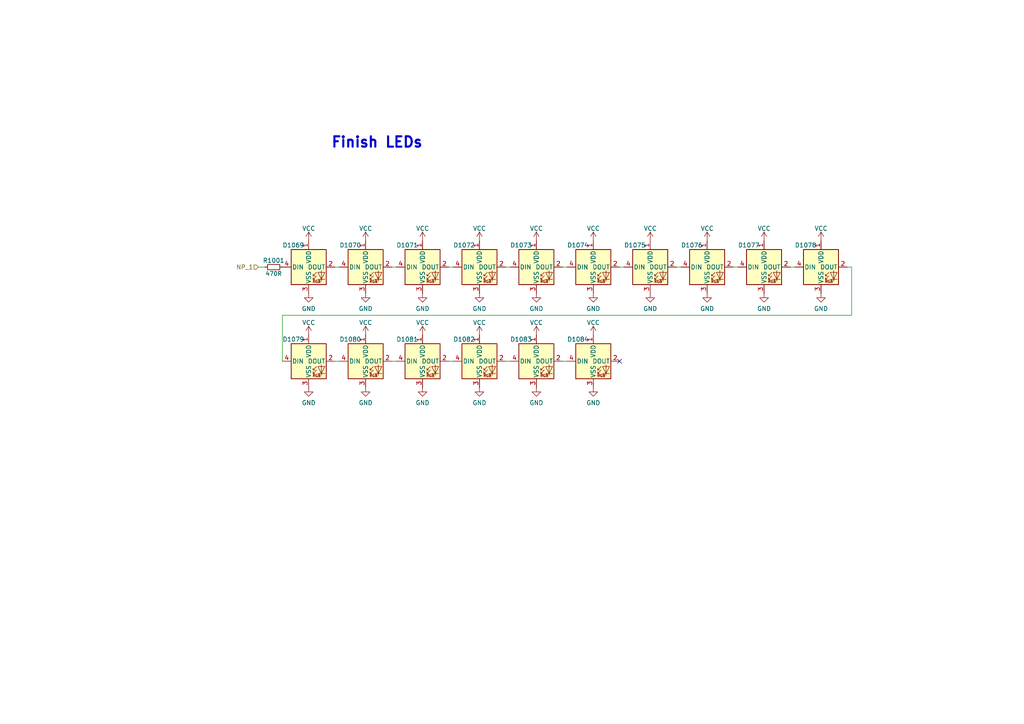
<source format=kicad_sch>
(kicad_sch (version 20231120) (generator "eeschema") (generator_version "8.0")
  (paper "A4")
  (lib_symbols
    (symbol "Device:R_Small" (pin_numbers hide) (pin_names (offset 0.254) hide)
      (property "Reference" "R" (at 0.762 0.508 0))
      (property "Value" "R_Small" (at 0.762 -1.016 0))
      (symbol "R_Small_0_1"
        (rectangle (start -0.762 1.778) (end 0.762 -1.778) (stroke (width 0.2032)))
      )
      (symbol "R_Small_1_1"
        (pin passive line (at 0 2.54 270) (length 0.762) (name "~") (number "1"))
        (pin passive line (at 0 -2.54 90) (length 0.762) (name "~") (number "2"))
      )
    )
    (symbol "LED:WS2812B" (pin_names (offset 0.254))
      (property "Reference" "D" (at 5.08 5.715 0))
      (property "Value" "WS2812B" (at 1.27 -5.715 0))
      (symbol "WS2812B_0_0"
        (text "RGB" (at 2.286 -4.191 0) (effects (font (size 0.762 0.762))))
      )
      (symbol "WS2812B_0_1"
        (polyline (pts (xy 1.27 -3.556) (xy 1.778 -3.556)))
        (polyline (pts (xy 1.27 -2.54) (xy 1.778 -2.54)))
        (polyline (pts (xy 4.699 -3.556) (xy 2.667 -3.556)))
        (polyline (pts (xy 2.286 -2.54) (xy 1.27 -3.556) (xy 1.27 -3.048)))
        (polyline (pts (xy 2.286 -1.524) (xy 1.27 -2.54) (xy 1.27 -2.032)))
        (polyline (pts (xy 3.683 -1.016) (xy 3.683 -3.556) (xy 3.683 -4.064)))
        (polyline (pts (xy 4.699 -1.524) (xy 2.667 -1.524) (xy 3.683 -3.556) (xy 4.699 -1.524)))
        (rectangle (start 5.08 5.08) (end -5.08 -5.08) (stroke (width 0.254)) (fill (type background)))
      )
      (symbol "WS2812B_1_1"
        (pin power_in line (at 0 7.62 270) (length 2.54) (name "VDD") (number "1"))
        (pin output line (at 7.62 0 180) (length 2.54) (name "DOUT") (number "2"))
        (pin power_in line (at 0 -7.62 90) (length 2.54) (name "VSS") (number "3"))
        (pin input line (at -7.62 0 0) (length 2.54) (name "DIN") (number "4"))
      )
    )
    (symbol "power:GND" (power) (pin_names (offset 0))
      (property "Value" "GND" (at 0 -3.81 0))
      (symbol "GND_0_1"
        (polyline (pts (xy 0 0) (xy 0 -1.27) (xy 1.27 -1.27) (xy 0 -2.54) (xy -1.27 -1.27) (xy 0 -1.27)))
      )
      (symbol "GND_1_1"
        (pin power_in line (at 0 0 270) (length 0) hide (name "GND") (number "1"))
      )
    )
    (symbol "power:VCC" (power) (pin_names (offset 0))
      (property "Value" "VCC" (at 0 3.81 0))
      (symbol "VCC_0_1"
        (polyline (pts (xy -0.762 1.27) (xy 0 2.54)))
        (polyline (pts (xy 0 0) (xy 0 2.54)))
        (polyline (pts (xy 0 2.54) (xy 0.762 1.27)))
      )
      (symbol "VCC_1_1"
        (pin power_in line (at 0 0 90) (length 0) hide (name "VCC") (number "1"))
      )
    )
  )
  (no_connect (at 179.705 104.775))
  (wire (pts (xy 163.195 77.47) (xy 164.465 77.47)))
  (wire (pts (xy 163.195 104.775) (xy 164.465 104.775)))
  (wire (pts (xy 97.155 104.775) (xy 98.425 104.775)))
  (wire (pts (xy 74.93 77.47) (xy 76.835 77.47)))
  (wire (pts (xy 245.745 77.47) (xy 247.015 77.47)))
  (wire (pts (xy 179.705 77.47) (xy 180.975 77.47)))
  (wire (pts (xy 130.175 77.47) (xy 131.445 77.47)))
  (wire (pts (xy 229.235 77.47) (xy 230.505 77.47)))
  (wire (pts (xy 113.665 104.775) (xy 114.935 104.775)))
  (wire (pts (xy 130.175 104.775) (xy 131.445 104.775)))
  (wire (pts (xy 146.685 77.47) (xy 147.955 77.47)))
  (wire (pts (xy 113.665 77.47) (xy 114.935 77.47)))
  (wire (pts (xy 247.015 77.47) (xy 247.015 91.44)))
  (wire (pts (xy 97.155 77.47) (xy 98.425 77.47)))
  (wire (pts (xy 81.915 91.44) (xy 247.015 91.44)))
  (wire (pts (xy 196.215 77.47) (xy 197.485 77.47)))
  (wire (pts (xy 146.685 104.775) (xy 147.955 104.775)))
  (wire (pts (xy 81.915 104.775) (xy 81.915 91.44)))
  (wire (pts (xy 212.725 77.47) (xy 213.995 77.47)))
  (text "Finish LEDs" (at 95.885 43.18 0) (effects (font (size 3 3) (thickness 0.6) (bold yes)) (justify left bottom)))
  (hierarchical_label "NP_1" (shape input) (at 74.93 77.47 180))
  (symbol (lib_id "power:GND") (at 106.045 85.09 0) (unit 1)
    (property "Reference" "#PWR01148" (effects (hide yes)))
    (property "Value" "GND" (at 106.045 89.5334 0))
  )
  (symbol (lib_id "LED:WS2812B") (at 172.085 104.775 0) (unit 1)
    (property "Reference" "D1084" (at 167.64 98.425 0))
    (property "Value" "WS2812B" (effects (hide yes)))
    (property "Footprint" "Footprints:LED_WS2812B_edited" (effects (hide yes)))
    (property "Datasheet" "https://cdn-shop.adafruit.com/datasheets/WS2812B.pdf" (effects (hide yes)))
    (property "Ostalo" "forma" (effects (hide yes)))
    (property "U labosu?" "ne" (effects (hide yes)))
    (property "JLCPCB Part #" "-" (effects (hide yes)))
  )
  (symbol (lib_id "power:GND") (at 205.105 85.09 0) (unit 1)
    (property "Reference" "#PWR01154" (effects (hide yes)))
    (property "Value" "GND" (at 205.105 89.5334 0))
  )
  (symbol (lib_id "power:VCC") (at 238.125 69.85 0) (unit 1)
    (property "Reference" "#PWR01146" (effects (hide yes)))
    (property "Value" "VCC" (at 238.125 66.2742 0))
  )
  (symbol (lib_id "power:VCC") (at 122.555 69.85 0) (unit 1)
    (property "Reference" "#PWR01139" (effects (hide yes)))
    (property "Value" "VCC" (at 122.555 66.2742 0))
  )
  (symbol (lib_id "power:VCC") (at 172.085 69.85 0) (unit 1)
    (property "Reference" "#PWR01142" (effects (hide yes)))
    (property "Value" "VCC" (at 172.085 66.2742 0))
  )
  (symbol (lib_id "power:GND") (at 122.555 112.395 0) (unit 1)
    (property "Reference" "#PWR01165" (effects (hide yes)))
    (property "Value" "GND" (at 122.555 116.8384 0))
  )
  (symbol (lib_id "power:GND") (at 221.615 85.09 0) (unit 1)
    (property "Reference" "#PWR01155" (effects (hide yes)))
    (property "Value" "GND" (at 221.615 89.5334 0))
  )
  (symbol (lib_id "power:VCC") (at 89.535 69.85 0) (unit 1)
    (property "Reference" "#PWR01137" (effects (hide yes)))
    (property "Value" "VCC" (at 89.535 66.2742 0))
  )
  (symbol (lib_id "power:GND") (at 155.575 85.09 0) (unit 1)
    (property "Reference" "#PWR01151" (effects (hide yes)))
    (property "Value" "GND" (at 155.575 89.5334 0))
  )
  (symbol (lib_id "LED:WS2812B") (at 122.555 77.47 0) (unit 1)
    (property "Reference" "D1071" (at 118.11 71.12 0))
    (property "Value" "WS2812B" (effects (hide yes)))
    (property "Footprint" "Footprints:LED_WS2812B_edited" (effects (hide yes)))
    (property "Datasheet" "https://cdn-shop.adafruit.com/datasheets/WS2812B.pdf" (effects (hide yes)))
    (property "Ostalo" "forma" (effects (hide yes)))
    (property "U labosu?" "ne" (effects (hide yes)))
    (property "JLCPCB Part #" "-" (effects (hide yes)))
  )
  (symbol (lib_id "power:VCC") (at 155.575 97.155 0) (unit 1)
    (property "Reference" "#PWR01161" (effects (hide yes)))
    (property "Value" "VCC" (at 155.575 93.5792 0))
  )
  (symbol (lib_id "LED:WS2812B") (at 89.535 104.775 0) (unit 1)
    (property "Reference" "D1079" (at 85.09 98.425 0))
    (property "Value" "WS2812B" (effects (hide yes)))
    (property "Footprint" "Footprints:LED_WS2812B_edited" (effects (hide yes)))
    (property "Datasheet" "https://cdn-shop.adafruit.com/datasheets/WS2812B.pdf" (effects (hide yes)))
    (property "Ostalo" "forma" (effects (hide yes)))
    (property "U labosu?" "ne" (effects (hide yes)))
    (property "JLCPCB Part #" "-" (effects (hide yes)))
  )
  (symbol (lib_id "LED:WS2812B") (at 139.065 104.775 0) (unit 1)
    (property "Reference" "D1082" (at 134.62 98.425 0))
    (property "Value" "WS2812B" (effects (hide yes)))
    (property "Footprint" "Footprints:LED_WS2812B_edited" (effects (hide yes)))
    (property "Datasheet" "https://cdn-shop.adafruit.com/datasheets/WS2812B.pdf" (effects (hide yes)))
    (property "Ostalo" "forma" (effects (hide yes)))
    (property "U labosu?" "ne" (effects (hide yes)))
    (property "JLCPCB Part #" "-" (effects (hide yes)))
  )
  (symbol (lib_id "LED:WS2812B") (at 139.065 77.47 0) (unit 1)
    (property "Reference" "D1072" (at 134.62 71.12 0))
    (property "Value" "WS2812B" (effects (hide yes)))
    (property "Footprint" "Footprints:LED_WS2812B_edited" (effects (hide yes)))
    (property "Datasheet" "https://cdn-shop.adafruit.com/datasheets/WS2812B.pdf" (effects (hide yes)))
    (property "Ostalo" "forma" (effects (hide yes)))
    (property "U labosu?" "ne" (effects (hide yes)))
    (property "JLCPCB Part #" "-" (effects (hide yes)))
  )
  (symbol (lib_id "LED:WS2812B") (at 155.575 104.775 0) (unit 1)
    (property "Reference" "D1083" (at 151.13 98.425 0))
    (property "Value" "WS2812B" (effects (hide yes)))
    (property "Footprint" "Footprints:LED_WS2812B_edited" (effects (hide yes)))
    (property "Datasheet" "https://cdn-shop.adafruit.com/datasheets/WS2812B.pdf" (effects (hide yes)))
    (property "Ostalo" "forma" (effects (hide yes)))
    (property "U labosu?" "ne" (effects (hide yes)))
    (property "JLCPCB Part #" "-" (effects (hide yes)))
  )
  (symbol (lib_id "power:VCC") (at 205.105 69.85 0) (unit 1)
    (property "Reference" "#PWR01144" (effects (hide yes)))
    (property "Value" "VCC" (at 205.105 66.2742 0))
  )
  (symbol (lib_id "LED:WS2812B") (at 205.105 77.47 0) (unit 1)
    (property "Reference" "D1076" (at 200.66 71.12 0))
    (property "Value" "WS2812B" (effects (hide yes)))
    (property "Footprint" "Footprints:LED_WS2812B_edited" (effects (hide yes)))
    (property "Datasheet" "https://cdn-shop.adafruit.com/datasheets/WS2812B.pdf" (effects (hide yes)))
    (property "Ostalo" "forma" (effects (hide yes)))
    (property "U labosu?" "ne" (effects (hide yes)))
    (property "JLCPCB Part #" "-" (effects (hide yes)))
  )
  (symbol (lib_id "power:VCC") (at 139.065 97.155 0) (unit 1)
    (property "Reference" "#PWR01160" (effects (hide yes)))
    (property "Value" "VCC" (at 139.065 93.5792 0))
  )
  (symbol (lib_id "LED:WS2812B") (at 89.535 77.47 0) (unit 1)
    (property "Reference" "D1069" (at 85.09 71.12 0))
    (property "Value" "WS2812B" (effects (hide yes)))
    (property "Footprint" "Footprints:LED_WS2812B_edited" (effects (hide yes)))
    (property "Datasheet" "https://cdn-shop.adafruit.com/datasheets/WS2812B.pdf" (effects (hide yes)))
    (property "Ostalo" "forma" (effects (hide yes)))
    (property "U labosu?" "ne" (effects (hide yes)))
    (property "JLCPCB Part #" "-" (effects (hide yes)))
  )
  (symbol (lib_id "Device:R_Small") (at 79.375 77.47 90) (unit 1)
    (property "Reference" "R1001" (at 79.375 75.565 90))
    (property "Value" "470R" (at 79.375 79.375 90) (effects (font (size 1.2 1.2))))
    (property "Footprint" "Resistor_SMD:R_0603_1608Metric" (effects (hide yes)))
    (property "U labosu?" "da" (effects (hide yes)))
  )
  (symbol (lib_id "power:VCC") (at 188.595 69.85 0) (unit 1)
    (property "Reference" "#PWR01143" (effects (hide yes)))
    (property "Value" "VCC" (at 188.595 66.2742 0))
  )
  (symbol (lib_id "power:GND") (at 89.535 85.09 0) (unit 1)
    (property "Reference" "#PWR01147" (effects (hide yes)))
    (property "Value" "GND" (at 89.535 89.5334 0))
  )
  (symbol (lib_id "power:GND") (at 122.555 85.09 0) (unit 1)
    (property "Reference" "#PWR01149" (effects (hide yes)))
    (property "Value" "GND" (at 122.555 89.5334 0))
  )
  (symbol (lib_id "power:GND") (at 172.085 112.395 0) (unit 1)
    (property "Reference" "#PWR01168" (effects (hide yes)))
    (property "Value" "GND" (at 172.085 116.8384 0))
  )
  (symbol (lib_id "LED:WS2812B") (at 106.045 104.775 0) (unit 1)
    (property "Reference" "D1080" (at 101.6 98.425 0))
    (property "Value" "WS2812B" (effects (hide yes)))
    (property "Footprint" "Footprints:LED_WS2812B_edited" (effects (hide yes)))
    (property "Datasheet" "https://cdn-shop.adafruit.com/datasheets/WS2812B.pdf" (effects (hide yes)))
    (property "Ostalo" "forma" (effects (hide yes)))
    (property "U labosu?" "ne" (effects (hide yes)))
    (property "JLCPCB Part #" "-" (effects (hide yes)))
  )
  (symbol (lib_id "power:GND") (at 139.065 112.395 0) (unit 1)
    (property "Reference" "#PWR01166" (effects (hide yes)))
    (property "Value" "GND" (at 139.065 116.8384 0))
  )
  (symbol (lib_id "power:VCC") (at 106.045 97.155 0) (unit 1)
    (property "Reference" "#PWR01158" (effects (hide yes)))
    (property "Value" "VCC" (at 106.045 93.5792 0))
  )
  (symbol (lib_id "power:VCC") (at 122.555 97.155 0) (unit 1)
    (property "Reference" "#PWR01159" (effects (hide yes)))
    (property "Value" "VCC" (at 122.555 93.5792 0))
  )
  (symbol (lib_id "power:VCC") (at 106.045 69.85 0) (unit 1)
    (property "Reference" "#PWR01138" (effects (hide yes)))
    (property "Value" "VCC" (at 106.045 66.2742 0))
  )
  (symbol (lib_id "power:GND") (at 155.575 112.395 0) (unit 1)
    (property "Reference" "#PWR01167" (effects (hide yes)))
    (property "Value" "GND" (at 155.575 116.8384 0))
  )
  (symbol (lib_id "LED:WS2812B") (at 106.045 77.47 0) (unit 1)
    (property "Reference" "D1070" (at 101.6 71.12 0))
    (property "Value" "WS2812B" (effects (hide yes)))
    (property "Footprint" "Footprints:LED_WS2812B_edited" (effects (hide yes)))
    (property "Datasheet" "https://cdn-shop.adafruit.com/datasheets/WS2812B.pdf" (effects (hide yes)))
    (property "Ostalo" "forma" (effects (hide yes)))
    (property "U labosu?" "ne" (effects (hide yes)))
    (property "JLCPCB Part #" "-" (effects (hide yes)))
  )
  (symbol (lib_id "power:VCC") (at 172.085 97.155 0) (unit 1)
    (property "Reference" "#PWR01162" (effects (hide yes)))
    (property "Value" "VCC" (at 172.085 93.5792 0))
  )
  (symbol (lib_id "power:VCC") (at 139.065 69.85 0) (unit 1)
    (property "Reference" "#PWR01140" (effects (hide yes)))
    (property "Value" "VCC" (at 139.065 66.2742 0))
  )
  (symbol (lib_id "LED:WS2812B") (at 238.125 77.47 0) (unit 1)
    (property "Reference" "D1078" (at 233.68 71.12 0))
    (property "Value" "WS2812B" (effects (hide yes)))
    (property "Footprint" "Footprints:LED_WS2812B_edited" (effects (hide yes)))
    (property "Datasheet" "https://cdn-shop.adafruit.com/datasheets/WS2812B.pdf" (effects (hide yes)))
    (property "Ostalo" "forma" (effects (hide yes)))
    (property "U labosu?" "ne" (effects (hide yes)))
    (property "JLCPCB Part #" "-" (effects (hide yes)))
  )
  (symbol (lib_id "power:VCC") (at 89.535 97.155 0) (unit 1)
    (property "Reference" "#PWR01157" (effects (hide yes)))
    (property "Value" "VCC" (at 89.535 93.5792 0))
  )
  (symbol (lib_id "power:GND") (at 238.125 85.09 0) (unit 1)
    (property "Reference" "#PWR01156" (effects (hide yes)))
    (property "Value" "GND" (at 238.125 89.5334 0))
  )
  (symbol (lib_id "power:VCC") (at 221.615 69.85 0) (unit 1)
    (property "Reference" "#PWR01145" (effects (hide yes)))
    (property "Value" "VCC" (at 221.615 66.2742 0))
  )
  (symbol (lib_id "power:GND") (at 89.535 112.395 0) (unit 1)
    (property "Reference" "#PWR01163" (effects (hide yes)))
    (property "Value" "GND" (at 89.535 116.8384 0))
  )
  (symbol (lib_id "power:VCC") (at 155.575 69.85 0) (unit 1)
    (property "Reference" "#PWR01141" (effects (hide yes)))
    (property "Value" "VCC" (at 155.575 66.2742 0))
  )
  (symbol (lib_id "power:GND") (at 106.045 112.395 0) (unit 1)
    (property "Reference" "#PWR01164" (effects (hide yes)))
    (property "Value" "GND" (at 106.045 116.8384 0))
  )
  (symbol (lib_id "LED:WS2812B") (at 172.085 77.47 0) (unit 1)
    (property "Reference" "D1074" (at 167.64 71.12 0))
    (property "Value" "WS2812B" (effects (hide yes)))
    (property "Footprint" "Footprints:LED_WS2812B_edited" (effects (hide yes)))
    (property "Datasheet" "https://cdn-shop.adafruit.com/datasheets/WS2812B.pdf" (effects (hide yes)))
    (property "Ostalo" "forma" (effects (hide yes)))
    (property "U labosu?" "ne" (effects (hide yes)))
    (property "JLCPCB Part #" "-" (effects (hide yes)))
  )
  (symbol (lib_id "LED:WS2812B") (at 221.615 77.47 0) (unit 1)
    (property "Reference" "D1077" (at 217.17 71.12 0))
    (property "Value" "WS2812B" (effects (hide yes)))
    (property "Footprint" "Footprints:LED_WS2812B_edited" (effects (hide yes)))
    (property "Datasheet" "https://cdn-shop.adafruit.com/datasheets/WS2812B.pdf" (effects (hide yes)))
    (property "Ostalo" "forma" (effects (hide yes)))
    (property "U labosu?" "ne" (effects (hide yes)))
    (property "JLCPCB Part #" "-" (effects (hide yes)))
  )
  (symbol (lib_id "power:GND") (at 188.595 85.09 0) (unit 1)
    (property "Reference" "#PWR01153" (effects (hide yes)))
    (property "Value" "GND" (at 188.595 89.5334 0))
  )
  (symbol (lib_id "power:GND") (at 139.065 85.09 0) (unit 1)
    (property "Reference" "#PWR01150" (effects (hide yes)))
    (property "Value" "GND" (at 139.065 89.5334 0))
  )
  (symbol (lib_id "LED:WS2812B") (at 155.575 77.47 0) (unit 1)
    (property "Reference" "D1073" (at 151.13 71.12 0))
    (property "Value" "WS2812B" (effects (hide yes)))
    (property "Footprint" "Footprints:LED_WS2812B_edited" (effects (hide yes)))
    (property "Datasheet" "https://cdn-shop.adafruit.com/datasheets/WS2812B.pdf" (effects (hide yes)))
    (property "Ostalo" "forma" (effects (hide yes)))
    (property "U labosu?" "ne" (effects (hide yes)))
    (property "JLCPCB Part #" "-" (effects (hide yes)))
  )
  (symbol (lib_id "power:GND") (at 172.085 85.09 0) (unit 1)
    (property "Reference" "#PWR01152" (effects (hide yes)))
    (property "Value" "GND" (at 172.085 89.5334 0))
  )
  (symbol (lib_id "LED:WS2812B") (at 122.555 104.775 0) (unit 1)
    (property "Reference" "D1081" (at 118.11 98.425 0))
    (property "Value" "WS2812B" (effects (hide yes)))
    (property "Footprint" "Footprints:LED_WS2812B_edited" (effects (hide yes)))
    (property "Datasheet" "https://cdn-shop.adafruit.com/datasheets/WS2812B.pdf" (effects (hide yes)))
    (property "Ostalo" "forma" (effects (hide yes)))
    (property "U labosu?" "ne" (effects (hide yes)))
    (property "JLCPCB Part #" "-" (effects (hide yes)))
  )
  (symbol (lib_id "LED:WS2812B") (at 188.595 77.47 0) (unit 1)
    (property "Reference" "D1075" (at 184.15 71.12 0))
    (property "Value" "WS2812B" (effects (hide yes)))
    (property "Footprint" "Footprints:LED_WS2812B_edited" (effects (hide yes)))
    (property "Datasheet" "https://cdn-shop.adafruit.com/datasheets/WS2812B.pdf" (effects (hide yes)))
    (property "Ostalo" "forma" (effects (hide yes)))
    (property "U labosu?" "ne" (effects (hide yes)))
    (property "JLCPCB Part #" "-" (effects (hide yes)))
  )
)
</source>
